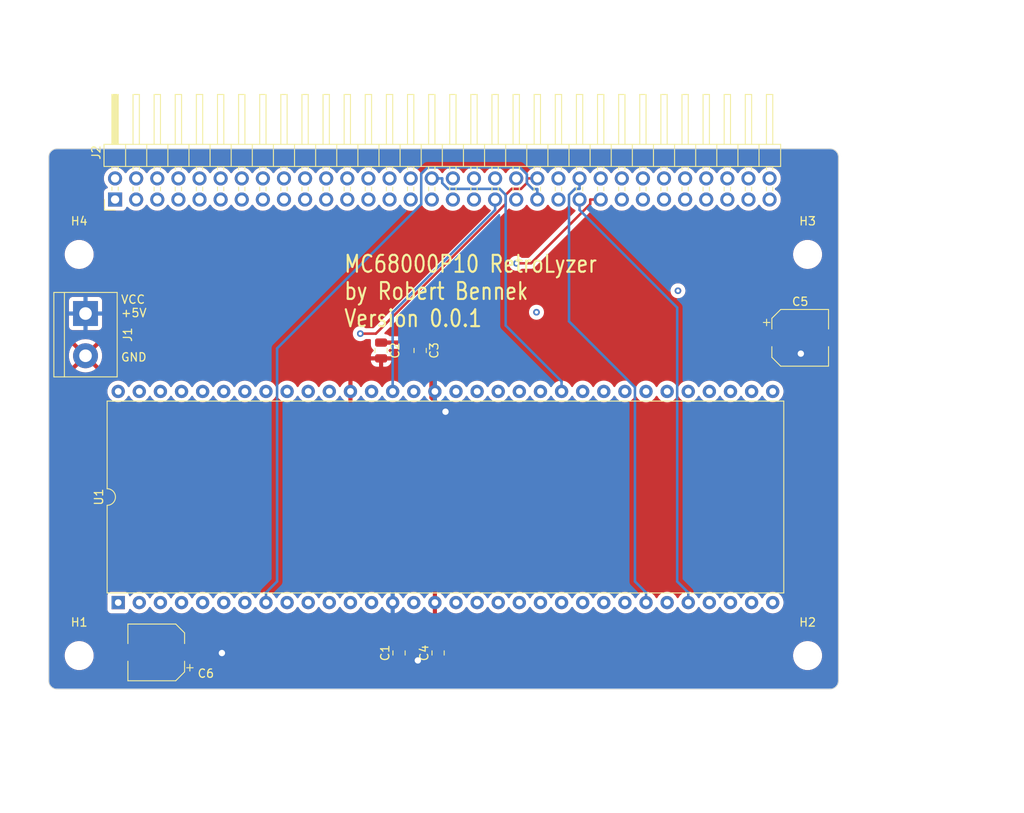
<source format=kicad_pcb>
(kicad_pcb (version 20221018) (generator pcbnew)
  (layers (0 "F.Cu" signal) (1 "In1.Cu" signal) (2 "In2.Cu" signal) (31 "B.Cu" signal) (34 "B.Paste" user) (35 "F.Paste" user) (36 "B.SilkS" user "B.Silkscreen") (37 "F.SilkS" user "F.Silkscreen") (38 "B.Mask" user) (39 "F.Mask" user) (44 "Edge.Cuts" user))
  (net 0 "")
  (net 1 "A1")
  (net 2 "A2")
  (net 3 "A3")
  (net 4 "A4")
  (net 5 "A5")
  (net 6 "A6")
  (net 7 "A7")
  (net 8 "A8")
  (net 9 "A9")
  (net 10 "A10")
  (net 11 "A11")
  (net 12 "A12")
  (net 13 "A13")
  (net 14 "A14")
  (net 15 "A15")
  (net 16 "A16")
  (net 17 "A17")
  (net 18 "A18")
  (net 19 "A19")
  (net 20 "A20")
  (net 21 "A21")
  (net 22 "A22")
  (net 23 "A23")
  (net 27 "VCC")
  (net 28 "GND")
  (net 32 "IO_4")
  (net 33 "IO_3")
  (net 34 "IO_2")
  (net 35 "IO_1")
  (net 36 "IO_0")
  (net 37 "nAS")
  (net 38 "nUDS")
  (net 39 "nLDS")
  (net 40 "R{slash}W")
  (net 41 "nDTACK")
  (net 42 "nBG")
  (net 43 "nBGACK")
  (net 44 "nBR")
  (net 45 "CLK")
  (net 46 "nHALT")
  (net 47 "nRESET")
  (net 48 "nVMA")
  (net 49 "E")
  (net 50 "nVPA")
  (net 51 "nBERR")
  (net 52 "nIPL2")
  (net 53 "nIPL1")
  (net 54 "nIPL0")
  (net 55 "FC2")
  (net 56 "FC1")
  (net 57 "FC0")
  (net 58 "IO_15")
  (net 59 "IO_14")
  (net 60 "IO_13")
  (net 61 "IO_12")
  (net 62 "IO_11")
  (net 63 "IO_10")
  (net 64 "IO_9")
  (net 65 "IO_8")
  (net 66 "IO_7")
  (net 67 "IO_6")
  (net 68 "IO_5")
  (footprint "Package_DIP:DIP-64_W25.4mm" (layer "F.Cu") (at 78.354 134.595 90)
    (fp_text reference "U1" (at 12.7 -2.33 90) (layer "F.SilkS"))
    (fp_text value "68000D")
    (pad "1" thru_hole rect (at 0 0 90) (size 1.6 1.6) (drill 0.8) (layers "*.Cu" "*.Mask") (net 32 "IO_4"))
    (pad "2" thru_hole oval (at 0 2.54 90) (size 1.6 1.6) (drill 0.8) (layers "*.Cu" "*.Mask") (net 33 "IO_3"))
    (pad "3" thru_hole oval (at 0 5.08 90) (size 1.6 1.6) (drill 0.8) (layers "*.Cu" "*.Mask") (net 34 "IO_2"))
    (pad "4" thru_hole oval (at 0 7.62 90) (size 1.6 1.6) (drill 0.8) (layers "*.Cu" "*.Mask") (net 35 "IO_1"))
    (pad "5" thru_hole oval (at 0 10.16 90) (size 1.6 1.6) (drill 0.8) (layers "*.Cu" "*.Mask") (net 36 "IO_0"))
    (pad "6" thru_hole oval (at 0 12.7 90) (size 1.6 1.6) (drill 0.8) (layers "*.Cu" "*.Mask") (net 37 "nAS"))
    (pad "7" thru_hole oval (at 0 15.24 90) (size 1.6 1.6) (drill 0.8) (layers "*.Cu" "*.Mask") (net 38 "nUDS"))
    (pad "8" thru_hole oval (at 0 17.78 90) (size 1.6 1.6) (drill 0.8) (layers "*.Cu" "*.Mask") (net 39 "nLDS"))
    (pad "9" thru_hole oval (at 0 20.32 90) (size 1.6 1.6) (drill 0.8) (layers "*.Cu" "*.Mask") (net 40 "R{slash}W"))
    (pad "10" thru_hole oval (at 0 22.86 90) (size 1.6 1.6) (drill 0.8) (layers "*.Cu" "*.Mask") (net 41 "nDTACK"))
    (pad "11" thru_hole oval (at 0 25.4 90) (size 1.6 1.6) (drill 0.8) (layers "*.Cu" "*.Mask") (net 42 "nBG"))
    (pad "12" thru_hole oval (at 0 27.94 90) (size 1.6 1.6) (drill 0.8) (layers "*.Cu" "*.Mask") (net 43 "nBGACK"))
    (pad "13" thru_hole oval (at 0 30.48 90) (size 1.6 1.6) (drill 0.8) (layers "*.Cu" "*.Mask") (net 44 "nBR"))
    (pad "14" thru_hole oval (at 0 33.02 90) (size 1.6 1.6) (drill 0.8) (layers "*.Cu" "*.Mask") (net 27 "VCC"))
    (pad "15" thru_hole oval (at 0 35.56 90) (size 1.6 1.6) (drill 0.8) (layers "*.Cu" "*.Mask") (net 45 "CLK"))
    (pad "16" thru_hole oval (at 0 38.1 90) (size 1.6 1.6) (drill 0.8) (layers "*.Cu" "*.Mask") (net 28 "GND"))
    (pad "17" thru_hole oval (at 0 40.64 90) (size 1.6 1.6) (drill 0.8) (layers "*.Cu" "*.Mask") (net 46 "nHALT"))
    (pad "18" thru_hole oval (at 0 43.18 90) (size 1.6 1.6) (drill 0.8) (layers "*.Cu" "*.Mask") (net 47 "nRESET"))
    (pad "19" thru_hole oval (at 0 45.72 90) (size 1.6 1.6) (drill 0.8) (layers "*.Cu" "*.Mask") (net 48 "nVMA"))
    (pad "20" thru_hole oval (at 0 48.26 90) (size 1.6 1.6) (drill 0.8) (layers "*.Cu" "*.Mask") (net 49 "E"))
    (pad "21" thru_hole oval (at 0 50.8 90) (size 1.6 1.6) (drill 0.8) (layers "*.Cu" "*.Mask") (net 50 "nVPA"))
    (pad "22" thru_hole oval (at 0 53.34 90) (size 1.6 1.6) (drill 0.8) (layers "*.Cu" "*.Mask") (net 51 "nBERR"))
    (pad "23" thru_hole oval (at 0 55.88 90) (size 1.6 1.6) (drill 0.8) (layers "*.Cu" "*.Mask") (net 52 "nIPL2"))
    (pad "24" thru_hole oval (at 0 58.42 90) (size 1.6 1.6) (drill 0.8) (layers "*.Cu" "*.Mask") (net 53 "nIPL1"))
    (pad "25" thru_hole oval (at 0 60.96 90) (size 1.6 1.6) (drill 0.8) (layers "*.Cu" "*.Mask") (net 54 "nIPL0"))
    (pad "26" thru_hole oval (at 0 63.5 90) (size 1.6 1.6) (drill 0.8) (layers "*.Cu" "*.Mask") (net 55 "FC2"))
    (pad "27" thru_hole oval (at 0 66.04 90) (size 1.6 1.6) (drill 0.8) (layers "*.Cu" "*.Mask") (net 56 "FC1"))
    (pad "28" thru_hole oval (at 0 68.58 90) (size 1.6 1.6) (drill 0.8) (layers "*.Cu" "*.Mask") (net 57 "FC0"))
    (pad "29" thru_hole oval (at 0 71.12 90) (size 1.6 1.6) (drill 0.8) (layers "*.Cu" "*.Mask") (net 1 "A1"))
    (pad "30" thru_hole oval (at 0 73.66 90) (size 1.6 1.6) (drill 0.8) (layers "*.Cu" "*.Mask") (net 2 "A2"))
    (pad "31" thru_hole oval (at 0 76.2 90) (size 1.6 1.6) (drill 0.8) (layers "*.Cu" "*.Mask") (net 3 "A3"))
    (pad "32" thru_hole oval (at 0 78.74 90) (size 1.6 1.6) (drill 0.8) (layers "*.Cu" "*.Mask") (net 4 "A4"))
    (pad "33" thru_hole oval (at 25.4 78.74 90) (size 1.6 1.6) (drill 0.8) (layers "*.Cu" "*.Mask") (net 5 "A5"))
    (pad "34" thru_hole oval (at 25.4 76.2 90) (size 1.6 1.6) (drill 0.8) (layers "*.Cu" "*.Mask") (net 6 "A6"))
    (pad "35" thru_hole oval (at 25.4 73.66 90) (size 1.6 1.6) (drill 0.8) (layers "*.Cu" "*.Mask") (net 7 "A7"))
    (pad "36" thru_hole oval (at 25.4 71.12 90) (size 1.6 1.6) (drill 0.8) (layers "*.Cu" "*.Mask") (net 8 "A8"))
    (pad "37" thru_hole oval (at 25.4 68.58 90) (size 1.6 1.6) (drill 0.8) (layers "*.Cu" "*.Mask") (net 9 "A9"))
    (pad "38" thru_hole oval (at 25.4 66.04 90) (size 1.6 1.6) (drill 0.8) (layers "*.Cu" "*.Mask") (net 10 "A10"))
    (pad "39" thru_hole oval (at 25.4 63.5 90) (size 1.6 1.6) (drill 0.8) (layers "*.Cu" "*.Mask") (net 11 "A11"))
    (pad "40" thru_hole oval (at 25.4 60.96 90) (size 1.6 1.6) (drill 0.8) (layers "*.Cu" "*.Mask") (net 12 "A12"))
    (pad "41" thru_hole oval (at 25.4 58.42 90) (size 1.6 1.6) (drill 0.8) (layers "*.Cu" "*.Mask") (net 13 "A13"))
    (pad "42" thru_hole oval (at 25.4 55.88 90) (size 1.6 1.6) (drill 0.8) (layers "*.Cu" "*.Mask") (net 14 "A14"))
    (pad "43" thru_hole oval (at 25.4 53.34 90) (size 1.6 1.6) (drill 0.8) (layers "*.Cu" "*.Mask") (net 15 "A15"))
    (pad "44" thru_hole oval (at 25.4 50.8 90) (size 1.6 1.6) (drill 0.8) (layers "*.Cu" "*.Mask") (net 16 "A16"))
    (pad "45" thru_hole oval (at 25.4 48.26 90) (size 1.6 1.6) (drill 0.8) (layers "*.Cu" "*.Mask") (net 17 "A17"))
    (pad "46" thru_hole oval (at 25.4 45.72 90) (size 1.6 1.6) (drill 0.8) (layers "*.Cu" "*.Mask") (net 18 "A18"))
    (pad "47" thru_hole oval (at 25.4 43.18 90) (size 1.6 1.6) (drill 0.8) (layers "*.Cu" "*.Mask") (net 19 "A19"))
    (pad "48" thru_hole oval (at 25.4 40.64 90) (size 1.6 1.6) (drill 0.8) (layers "*.Cu" "*.Mask") (net 20 "A20"))
    (pad "49" thru_hole oval (at 25.4 38.1 90) (size 1.6 1.6) (drill 0.8) (layers "*.Cu" "*.Mask") (net 27 "VCC"))
    (pad "50" thru_hole oval (at 25.4 35.56 90) (size 1.6 1.6) (drill 0.8) (layers "*.Cu" "*.Mask") (net 21 "A21"))
    (pad "51" thru_hole oval (at 25.4 33.02 90) (size 1.6 1.6) (drill 0.8) (layers "*.Cu" "*.Mask") (net 22 "A22"))
    (pad "52" thru_hole oval (at 25.4 30.48 90) (size 1.6 1.6) (drill 0.8) (layers "*.Cu" "*.Mask") (net 23 "A23"))
    (pad "53" thru_hole oval (at 25.4 27.94 90) (size 1.6 1.6) (drill 0.8) (layers "*.Cu" "*.Mask") (net 28 "GND"))
    (pad "54" thru_hole oval (at 25.4 25.4 90) (size 1.6 1.6) (drill 0.8) (layers "*.Cu" "*.Mask") (net 58 "IO_15"))
    (pad "55" thru_hole oval (at 25.4 22.86 90) (size 1.6 1.6) (drill 0.8) (layers "*.Cu" "*.Mask") (net 59 "IO_14"))
    (pad "56" thru_hole oval (at 25.4 20.32 90) (size 1.6 1.6) (drill 0.8) (layers "*.Cu" "*.Mask") (net 60 "IO_13"))
    (pad "57" thru_hole oval (at 25.4 17.78 90) (size 1.6 1.6) (drill 0.8) (layers "*.Cu" "*.Mask") (net 61 "IO_12"))
    (pad "58" thru_hole oval (at 25.4 15.24 90) (size 1.6 1.6) (drill 0.8) (layers "*.Cu" "*.Mask") (net 62 "IO_11"))
    (pad "59" thru_hole oval (at 25.4 12.7 90) (size 1.6 1.6) (drill 0.8) (layers "*.Cu" "*.Mask") (net 63 "IO_10"))
    (pad "60" thru_hole oval (at 25.4 10.16 90) (size 1.6 1.6) (drill 0.8) (layers "*.Cu" "*.Mask") (net 64 "IO_9"))
    (pad "61" thru_hole oval (at 25.4 7.62 90) (size 1.6 1.6) (drill 0.8) (layers "*.Cu" "*.Mask") (net 65 "IO_8"))
    (pad "62" thru_hole oval (at 25.4 5.08 90) (size 1.6 1.6) (drill 0.8) (layers "*.Cu" "*.Mask") (net 66 "IO_7"))
    (pad "63" thru_hole oval (at 25.4 2.54 90) (size 1.6 1.6) (drill 0.8) (layers "*.Cu" "*.Mask") (net 67 "IO_6"))
    (pad "64" thru_hole oval (at 25.4 0 90) (size 1.6 1.6) (drill 0.8) (layers "*.Cu" "*.Mask") (net 68 "IO_5"))
  )
  (footprint "MountingHole:MountingHole_3mm" (layer "F.Cu") (at 73.66 140.97)
    (fp_text reference "H1" (at 0 -4) (layer "F.SilkS"))
    (fp_text value "MountingHole")
    (pad "" np_thru_hole circle (at 0 0) (size 3 3) (drill 3) (layers "*.Cu" "*.Mask"))
  )
  (footprint "Capacitor_SMD:C_0805_2012Metric" (layer "F.Cu") (at 116.84 140.655 90)
    (fp_text reference "C4" (at 0 -1.68 90) (layer "F.SilkS"))
    (fp_text value "100nF")
    (pad "1" smd roundrect (at -0.95 0 90) (size 1 1.45) (layers "F.Cu" "F.Paste" "F.Mask") (net 27 "VCC"))
    (pad "2" smd roundrect (at 0.95 0 90) (size 1 1.45) (layers "F.Cu" "F.Paste" "F.Mask") (net 28 "GND"))
  )
  (footprint "MountingHole:MountingHole_3mm" (layer "F.Cu") (at 73.66 92.71)
    (fp_text reference "H4" (at 0 -4) (layer "F.SilkS"))
    (fp_text value "MountingHole")
    (pad "" np_thru_hole circle (at 0 0) (size 3 3) (drill 3) (layers "*.Cu" "*.Mask"))
  )
  (footprint "TerminalBlock:TerminalBlock_bornier-2_P5.08mm" (layer "F.Cu") (at 74.422 99.822 -90)
    (fp_text reference "J1" (at 2.54 -5.08 90) (layer "F.SilkS"))
    (fp_text value "Screw_Terminal_01x02")
    (pad "1" thru_hole rect (at 0 0 270) (size 3 3) (drill 1.52) (layers "*.Cu" "*.Mask") (net 27 "VCC"))
    (pad "2" thru_hole circle (at 5.08 0 270) (size 3 3) (drill 1.52) (layers "*.Cu" "*.Mask") (net 28 "GND"))
  )
  (footprint "MountingHole:MountingHole_3mm" (layer "F.Cu") (at 161.29 92.71)
    (fp_text reference "H3" (at 0 -4) (layer "F.SilkS"))
    (fp_text value "MountingHole")
    (pad "" np_thru_hole circle (at 0 0) (size 3 3) (drill 3) (layers "*.Cu" "*.Mask"))
  )
  (footprint "Connector_PinHeader_2.54mm:PinHeader_2x32_P2.54mm_Horizontal" (layer "F.Cu") (at 77.978 86.106 90)
    (fp_text reference "J2" (at 5.655 -2.27 90) (layer "F.SilkS"))
    (fp_text value "Conn_02x32_Odd_Even")
    (pad "1" thru_hole rect (at 0 0 90) (size 1.7 1.7) (drill 1) (layers "*.Cu" "*.Mask") (net 36 "IO_0"))
    (pad "2" thru_hole oval (at 2.54 0 90) (size 1.7 1.7) (drill 1) (layers "*.Cu" "*.Mask") (net 35 "IO_1"))
    (pad "3" thru_hole oval (at 0 2.54 90) (size 1.7 1.7) (drill 1) (layers "*.Cu" "*.Mask") (net 34 "IO_2"))
    (pad "4" thru_hole oval (at 2.54 2.54 90) (size 1.7 1.7) (drill 1) (layers "*.Cu" "*.Mask") (net 33 "IO_3"))
    (pad "5" thru_hole oval (at 0 5.08 90) (size 1.7 1.7) (drill 1) (layers "*.Cu" "*.Mask") (net 32 "IO_4"))
    (pad "6" thru_hole oval (at 2.54 5.08 90) (size 1.7 1.7) (drill 1) (layers "*.Cu" "*.Mask") (net 68 "IO_5"))
    (pad "7" thru_hole oval (at 0 7.62 90) (size 1.7 1.7) (drill 1) (layers "*.Cu" "*.Mask") (net 67 "IO_6"))
    (pad "8" thru_hole oval (at 2.54 7.62 90) (size 1.7 1.7) (drill 1) (layers "*.Cu" "*.Mask") (net 66 "IO_7"))
    (pad "9" thru_hole oval (at 0 10.16 90) (size 1.7 1.7) (drill 1) (layers "*.Cu" "*.Mask") (net 65 "IO_8"))
    (pad "10" thru_hole oval (at 2.54 10.16 90) (size 1.7 1.7) (drill 1) (layers "*.Cu" "*.Mask") (net 64 "IO_9"))
    (pad "11" thru_hole oval (at 0 12.7 90) (size 1.7 1.7) (drill 1) (layers "*.Cu" "*.Mask") (net 63 "IO_10"))
    (pad "12" thru_hole oval (at 2.54 12.7 90) (size 1.7 1.7) (drill 1) (layers "*.Cu" "*.Mask") (net 62 "IO_11"))
    (pad "13" thru_hole oval (at 0 15.24 90) (size 1.7 1.7) (drill 1) (layers "*.Cu" "*.Mask") (net 61 "IO_12"))
    (pad "14" thru_hole oval (at 2.54 15.24 90) (size 1.7 1.7) (drill 1) (layers "*.Cu" "*.Mask") (net 60 "IO_13"))
    (pad "15" thru_hole oval (at 0 17.78 90) (size 1.7 1.7) (drill 1) (layers "*.Cu" "*.Mask") (net 59 "IO_14"))
    (pad "16" thru_hole oval (at 2.54 17.78 90) (size 1.7 1.7) (drill 1) (layers "*.Cu" "*.Mask") (net 58 "IO_15"))
    (pad "17" thru_hole oval (at 0 20.32 90) (size 1.7 1.7) (drill 1) (layers "*.Cu" "*.Mask") (net 2 "A2"))
    (pad "18" thru_hole oval (at 2.54 20.32 90) (size 1.7 1.7) (drill 1) (layers "*.Cu" "*.Mask") (net 1 "A1"))
    (pad "19" thru_hole oval (at 0 22.86 90) (size 1.7 1.7) (drill 1) (layers "*.Cu" "*.Mask") (net 4 "A4"))
    (pad "20" thru_hole oval (at 2.54 22.86 90) (size 1.7 1.7) (drill 1) (layers "*.Cu" "*.Mask") (net 3 "A3"))
    (pad "21" thru_hole oval (at 0 25.4 90) (size 1.7 1.7) (drill 1) (layers "*.Cu" "*.Mask") (net 6 "A6"))
    (pad "22" thru_hole oval (at 2.54 25.4 90) (size 1.7 1.7) (drill 1) (layers "*.Cu" "*.Mask") (net 5 "A5"))
    (pad "23" thru_hole oval (at 0 27.94 90) (size 1.7 1.7) (drill 1) (layers "*.Cu" "*.Mask") (net 8 "A8"))
    (pad "24" thru_hole oval (at 2.54 27.94 90) (size 1.7 1.7) (drill 1) (layers "*.Cu" "*.Mask") (net 7 "A7"))
    (pad "25" thru_hole oval (at 0 30.48 90) (size 1.7 1.7) (drill 1) (layers "*.Cu" "*.Mask") (net 10 "A10"))
    (pad "26" thru_hole oval (at 2.54 30.48 90) (size 1.7 1.7) (drill 1) (layers "*.Cu" "*.Mask") (net 9 "A9"))
    (pad "27" thru_hole oval (at 0 33.02 90) (size 1.7 1.7) (drill 1) (layers "*.Cu" "*.Mask") (net 12 "A12"))
    (pad "28" thru_hole oval (at 2.54 33.02 90) (size 1.7 1.7) (drill 1) (layers "*.Cu" "*.Mask") (net 11 "A11"))
    (pad "29" thru_hole oval (at 0 35.56 90) (size 1.7 1.7) (drill 1) (layers "*.Cu" "*.Mask") (net 14 "A14"))
    (pad "30" thru_hole oval (at 2.54 35.56 90) (size 1.7 1.7) (drill 1) (layers "*.Cu" "*.Mask") (net 13 "A13"))
    (pad "31" thru_hole oval (at 0 38.1 90) (size 1.7 1.7) (drill 1) (layers "*.Cu" "*.Mask") (net 16 "A16"))
    (pad "32" thru_hole oval (at 2.54 38.1 90) (size 1.7 1.7) (drill 1) (layers "*.Cu" "*.Mask") (net 15 "A15"))
    (pad "33" thru_hole oval (at 0 40.64 90) (size 1.7 1.7) (drill 1) (layers "*.Cu" "*.Mask") (net 18 "A18"))
    (pad "34" thru_hole oval (at 2.54 40.64 90) (size 1.7 1.7) (drill 1) (layers "*.Cu" "*.Mask") (net 17 "A17"))
    (pad "35" thru_hole oval (at 0 43.18 90) (size 1.7 1.7) (drill 1) (layers "*.Cu" "*.Mask") (net 20 "A20"))
    (pad "36" thru_hole oval (at 2.54 43.18 90) (size 1.7 1.7) (drill 1) (layers "*.Cu" "*.Mask") (net 19 "A19"))
    (pad "37" thru_hole oval (at 0 45.72 90) (size 1.7 1.7) (drill 1) (layers "*.Cu" "*.Mask") (net 22 "A22"))
    (pad "38" thru_hole oval (at 2.54 45.72 90) (size 1.7 1.7) (drill 1) (layers "*.Cu" "*.Mask") (net 21 "A21"))
    (pad "39" thru_hole oval (at 0 48.26 90) (size 1.7 1.7) (drill 1) (layers "*.Cu" "*.Mask") (net 40 "R{slash}W"))
    (pad "40" thru_hole oval (at 2.54 48.26 90) (size 1.7 1.7) (drill 1) (layers "*.Cu" "*.Mask") (net 23 "A23"))
    (pad "41" thru_hole oval (at 0 50.8 90) (size 1.7 1.7) (drill 1) (layers "*.Cu" "*.Mask") (net 39 "nLDS"))
    (pad "42" thru_hole oval (at 2.54 50.8 90) (size 1.7 1.7) (drill 1) (layers "*.Cu" "*.Mask") (net 38 "nUDS"))
    (pad "43" thru_hole oval (at 0 53.34 90) (size 1.7 1.7) (drill 1) (layers "*.Cu" "*.Mask") (net 42 "nBG"))
    (pad "44" thru_hole oval (at 2.54 53.34 90) (size 1.7 1.7) (drill 1) (layers "*.Cu" "*.Mask") (net 56 "FC1"))
    (pad "45" thru_hole oval (at 0 55.88 90) (size 1.7 1.7) (drill 1) (layers "*.Cu" "*.Mask") (net 57 "FC0"))
    (pad "46" thru_hole oval (at 2.54 55.88 90) (size 1.7 1.7) (drill 1) (layers "*.Cu" "*.Mask") (net 55 "FC2"))
    (pad "47" thru_hole oval (at 0 58.42 90) (size 1.7 1.7) (drill 1) (layers "*.Cu" "*.Mask") (net 37 "nAS"))
    (pad "48" thru_hole oval (at 2.54 58.42 90) (size 1.7 1.7) (drill 1) (layers "*.Cu" "*.Mask") (net 48 "nVMA"))
    (pad "49" thru_hole oval (at 0 60.96 90) (size 1.7 1.7) (drill 1) (layers "*.Cu" "*.Mask") (net 46 "nHALT"))
    (pad "50" thru_hole oval (at 2.54 60.96 90) (size 1.7 1.7) (drill 1) (layers "*.Cu" "*.Mask") (net 47 "nRESET"))
    (pad "51" thru_hole oval (at 0 63.5 90) (size 1.7 1.7) (drill 1) (layers "*.Cu" "*.Mask"))
    (pad "52" thru_hole oval (at 2.54 63.5 90) (size 1.7 1.7) (drill 1) (layers "*.Cu" "*.Mask"))
    (pad "53" thru_hole oval (at 0 66.04 90) (size 1.7 1.7) (drill 1) (layers "*.Cu" "*.Mask"))
    (pad "54" thru_hole oval (at 2.54 66.04 90) (size 1.7 1.7) (drill 1) (layers "*.Cu" "*.Mask"))
    (pad "55" thru_hole oval (at 0 68.58 90) (size 1.7 1.7) (drill 1) (layers "*.Cu" "*.Mask"))
    (pad "56" thru_hole oval (at 2.54 68.58 90) (size 1.7 1.7) (drill 1) (layers "*.Cu" "*.Mask"))
    (pad "57" thru_hole oval (at 0 71.12 90) (size 1.7 1.7) (drill 1) (layers "*.Cu" "*.Mask") (net 54 "nIPL0"))
    (pad "58" thru_hole oval (at 2.54 71.12 90) (size 1.7 1.7) (drill 1) (layers "*.Cu" "*.Mask") (net 53 "nIPL1"))
    (pad "59" thru_hole oval (at 0 73.66 90) (size 1.7 1.7) (drill 1) (layers "*.Cu" "*.Mask") (net 52 "nIPL2"))
    (pad "60" thru_hole oval (at 2.54 73.66 90) (size 1.7 1.7) (drill 1) (layers "*.Cu" "*.Mask") (net 44 "nBR"))
    (pad "61" thru_hole oval (at 0 76.2 90) (size 1.7 1.7) (drill 1) (layers "*.Cu" "*.Mask") (net 41 "nDTACK"))
    (pad "62" thru_hole oval (at 2.54 76.2 90) (size 1.7 1.7) (drill 1) (layers "*.Cu" "*.Mask") (net 43 "nBGACK"))
    (pad "63" thru_hole oval (at 0 78.74 90) (size 1.7 1.7) (drill 1) (layers "*.Cu" "*.Mask") (net 51 "nBERR"))
    (pad "64" thru_hole oval (at 2.54 78.74 90) (size 1.7 1.7) (drill 1) (layers "*.Cu" "*.Mask") (net 45 "CLK"))
  )
  (footprint "Capacitor_SMD:CP_Elec_6.3x5.3" (layer "F.Cu") (at 160.401 102.743)
    (fp_text reference "C5" (at 0 -4.35) (layer "F.SilkS"))
    (fp_text value "10uF")
    (pad "1" smd roundrect (at -2.8 0) (size 3.5 1.6) (layers "F.Cu" "F.Paste" "F.Mask") (roundrect_rratio 0.15625) (net 27 "VCC"))
    (pad "2" smd roundrect (at 2.8 0) (size 3.5 1.6) (layers "F.Cu" "F.Paste" "F.Mask") (roundrect_rratio 0.15625) (net 28 "GND"))
  )
  (footprint "Capacitor_SMD:CP_Elec_6.3x5.3" (layer "F.Cu") (at 82.931 140.589 180)
    (fp_text reference "C6" (at -5.969 -2.54) (layer "F.SilkS"))
    (fp_text value "10uF")
    (pad "1" smd roundrect (at -2.8 0 180) (size 3.5 1.6) (layers "F.Cu" "F.Paste" "F.Mask") (roundrect_rratio 0.15625) (net 27 "VCC"))
    (pad "2" smd roundrect (at 2.8 0 180) (size 3.5 1.6) (layers "F.Cu" "F.Paste" "F.Mask") (roundrect_rratio 0.15625) (net 28 "GND"))
  )
  (footprint "Capacitor_SMD:C_0805_2012Metric" (layer "F.Cu") (at 114.681 104.267 -90)
    (fp_text reference "C3" (at 0 -1.68 90) (layer "F.SilkS"))
    (fp_text value "100nF")
    (pad "1" smd roundrect (at -0.95 0 270) (size 1 1.45) (layers "F.Cu" "F.Paste" "F.Mask") (net 27 "VCC"))
    (pad "2" smd roundrect (at 0.95 0 270) (size 1 1.45) (layers "F.Cu" "F.Paste" "F.Mask") (net 28 "GND"))
  )
  (footprint "Capacitor_SMD:C_0805_2012Metric" (layer "F.Cu") (at 112.141 140.655 90)
    (fp_text reference "C1" (at 0 -1.68 90) (layer "F.SilkS"))
    (fp_text value "100nF")
    (pad "1" smd roundrect (at -0.95 0 90) (size 1 1.45) (layers "F.Cu" "F.Paste" "F.Mask") (net 27 "VCC"))
    (pad "2" smd roundrect (at 0.95 0 90) (size 1 1.45) (layers "F.Cu" "F.Paste" "F.Mask") (net 28 "GND"))
  )
  (footprint "Capacitor_SMD:C_0805_2012Metric" (layer "F.Cu") (at 109.982 104.267 -90)
    (fp_text reference "C2" (at 0 -1.68 90) (layer "F.SilkS"))
    (fp_text value "100nF")
    (pad "1" smd roundrect (at -0.95 0 270) (size 1 1.45) (layers "F.Cu" "F.Paste" "F.Mask") (net 27 "VCC"))
    (pad "2" smd roundrect (at 0.95 0 270) (size 1 1.45) (layers "F.Cu" "F.Paste" "F.Mask") (net 28 "GND"))
  )
  (footprint "MountingHole:MountingHole_3mm" (layer "F.Cu") (at 161.29 140.97)
    (fp_text reference "H2" (at 0 -4) (layer "F.SilkS"))
    (fp_text value "MountingHole")
    (pad "" np_thru_hole circle (at 0 0) (size 3 3) (drill 3) (layers "*.Cu" "*.Mask"))
  )
  (gr_arc (start 165 144) (mid 164.707107 144.707107) (end 164 145) (stroke (width 0.1)) (layer "Edge.Cuts"))
  (gr_arc (start 71 145) (mid 70.292893 144.707107) (end 70 144) (stroke (width 0.1)) (layer "Edge.Cuts"))
  (gr_line (start 71 80) (end 164 80) (stroke (width 0.1)) (layer "Edge.Cuts"))
  (gr_line (start 164 145) (end 71 145) (stroke (width 0.1)) (layer "Edge.Cuts"))
  (gr_line (start 70 144) (end 70 81) (stroke (width 0.1)) (layer "Edge.Cuts"))
  (gr_arc (start 164 80) (mid 164.707107 80.292893) (end 165 81) (stroke (width 0.1)) (layer "Edge.Cuts"))
  (gr_arc (start 70 81) (mid 70.292893 80.292893) (end 71 80) (stroke (width 0.1)) (layer "Edge.Cuts"))
  (gr_line (start 165 81) (end 165 144) (stroke (width 0.1)) (layer "Edge.Cuts"))
  (gr_text "VCC \n+5V" (at 78.613 100.33) (layer "F.SilkS") (effects (font (size 1 1)) (justify left bottom)))
  (gr_text "MC68000P10 RetroLyzer \nby Robert Bennek\nVersion 0.0.1" (at 105.41 101.6) (layer "F.SilkS") (effects (font (size 2.032 1.651) (thickness 0.254)) (justify left bottom)))
  (gr_text "GND\n" (at 78.613 105.664) (layer "F.SilkS") (effects (font (size 1 1)) (justify left bottom)))
  (segment (start 124.2464 84.8225) (end 118.0412 84.8225) (width 0.3048) (layer "B.Cu") (net 15))
  (segment (start 131.694 107.9885) (end 124.9679 101.2624) (width 0.3048) (layer "B.Cu") (net 15))
  (segment (start 124.9679 85.544) (end 124.2464 84.8225) (width 0.3048) (layer "B.Cu") (net 15))
  (segment (start 116.078 83.566) (end 117.3345 83.566) (width 0.3048) (layer "B.Cu") (net 15))
  (segment (start 131.694 109.195) (end 131.694 107.9885) (width 0.3048) (layer "B.Cu") (net 15))
  (segment (start 117.3345 84.1158) (end 117.3345 83.566) (width 0.3048) (layer "B.Cu") (net 15))
  (segment (start 124.9679 101.2624) (end 124.9679 85.544) (width 0.3048) (layer "B.Cu") (net 15))
  (segment (start 118.0412 84.8225) (end 117.3345 84.1158) (width 0.3048) (layer "B.Cu") (net 15))
  (via (at 128.6767 99.6656) (size 0.8) (drill 0.4) (layers "F.Cu" "B.Cu") (net 16))
  (segment (start 111.374 99.6865) (end 111.374 109.195) (width 0.3048) (layer "B.Cu") (net 22))
  (segment (start 123.698 87.3625) (end 111.374 99.6865) (width 0.3048) (layer "B.Cu") (net 22))
  (segment (start 123.698 86.106) (end 123.698 87.3625) (width 0.3048) (layer "B.Cu") (net 22))
  (segment (start 85.731 140.589) (end 90.7542 140.589) (width 0.508) (layer "F.Cu") (net 27))
  (segment (start 157.601 102.743) (end 158.5722 102.743) (width 0.508) (layer "F.Cu") (net 27))
  (segment (start 158.5722 102.743) (end 160.4772 104.648) (width 0.508) (layer "F.Cu") (net 27))
  (segment (start 114.4524 141.605) (end 114.4016 141.5542) (width 0.508) (layer "F.Cu") (net 27))
  (segment (start 116.454 109.195) (end 116.454 110.358) (width 0.508) (layer "F.Cu") (net 27))
  (segment (start 116.041 104.103) (end 115.255 103.317) (width 0.508) (layer "F.Cu") (net 27))
  (segment (start 116.041 109.945) (end 116.041 104.103) (width 0.508) (layer "F.Cu") (net 27))
  (segment (start 90.7542 140.589) (end 90.8304 140.6652) (width 0.508) (layer "F.Cu") (net 27))
  (segment (start 115.255 103.317) (end 114.681 103.317) (width 0.508) (layer "F.Cu") (net 27))
  (segment (start 116.84 141.605) (end 114.4524 141.605) (width 0.508) (layer "F.Cu") (net 27))
  (segment (start 117.729 111.633) (end 116.041 109.945) (width 0.508) (layer "F.Cu") (net 27))
  (segment (start 116.454 110.358) (end 117.729 111.633) (width 0.508) (layer "F.Cu") (net 27))
  (segment (start 114.681 103.317) (end 109.982 103.317) (width 0.508) (layer "F.Cu") (net 27))
  (segment (start 112.141 141.605) (end 114.3508 141.605) (width 0.508) (layer "F.Cu") (net 27))
  (segment (start 114.3508 141.605) (end 114.4016 141.5542) (width 0.508) (layer "F.Cu") (net 27))
  (via (at 160.4772 104.648) (size 1.524) (drill 0.762) (layers "F.Cu" "B.Cu") (net 27))
  (via (at 117.729 111.633) (size 1.524) (drill 0.762) (layers "F.Cu" "B.Cu") (net 27))
  (via (at 114.4016 141.5542) (size 1.524) (drill 0.762) (layers "F.Cu" "B.Cu") (net 27))
  (via (at 90.8304 140.6652) (size 1.524) (drill 0.762) (layers "F.Cu" "B.Cu") (net 27))
  (segment (start 135.1415 86.106) (end 135.1415 86.6557) (width 0.3048) (layer "F.Cu") (net 37))
  (segment (start 135.1415 86.6557) (end 128.0154 93.7818) (width 0.3048) (layer "F.Cu") (net 37))
  (segment (start 128.0154 93.7818) (end 126.2652 93.7818) (width 0.3048) (layer "F.Cu") (net 37))
  (segment (start 136.398 86.106) (end 135.1415 86.106) (width 0.3048) (layer "F.Cu") (net 37))
  (via (at 126.2652 93.7818) (size 0.8) (drill 0.4) (layers "F.Cu" "B.Cu") (net 37))
  (segment (start 127.5215 83.566) (end 127.5215 84.1158) (width 0.3048) (layer "F.Cu") (net 38))
  (segment (start 126.8148 84.8225) (end 125.6944 84.8225) (width 0.3048) (layer "F.Cu") (net 38))
  (segment (start 109.3512 102.2404) (end 107.4819 102.2404) (width 0.3048) (layer "F.Cu") (net 38))
  (segment (start 124.968 86.6236) (end 109.3512 102.2404) (width 0.3048) (layer "F.Cu") (net 38))
  (segment (start 127.5215 84.1158) (end 126.8148 84.8225) (width 0.3048) (layer "F.Cu") (net 38))
  (segment (start 125.6944 84.8225) (end 124.968 85.5489) (width 0.3048) (layer "F.Cu") (net 38))
  (segment (start 128.778 83.566) (end 127.5215 83.566) (width 0.3048) (layer "F.Cu") (net 38))
  (segment (start 124.968 85.5489) (end 124.968 86.6236) (width 0.3048) (layer "F.Cu") (net 38))
  (via (at 107.4819 102.2404) (size 0.8) (drill 0.4) (layers "F.Cu" "B.Cu") (net 38))
  (segment (start 127.5215 84.1428) (end 127.5215 83.0702) (width 0.3048) (layer "B.Cu") (net 39))
  (segment (start 97.4674 104.0156) (end 97.4674 132.0551) (width 0.3048) (layer "B.Cu") (net 39))
  (segment (start 114.808 86.675) (end 97.4674 104.0156) (width 0.3048) (layer "B.Cu") (net 39))
  (segment (start 97.4674 132.0551) (end 96.134 133.3885) (width 0.3048) (layer "B.Cu") (net 39))
  (segment (start 96.134 134.595) (end 96.134 133.3885) (width 0.3048) (layer "B.Cu") (net 39))
  (segment (start 126.6925 82.2412) (end 115.5722 82.2412) (width 0.3048) (layer "B.Cu") (net 39))
  (segment (start 128.778 86.106) (end 128.778 84.8495) (width 0.3048) (layer "B.Cu") (net 39))
  (segment (start 128.778 84.8495) (end 128.2282 84.8495) (width 0.3048) (layer "B.Cu") (net 39))
  (segment (start 115.5722 82.2412) (end 114.808 83.0054) (width 0.3048) (layer "B.Cu") (net 39))
  (segment (start 128.2282 84.8495) (end 127.5215 84.1428) (width 0.3048) (layer "B.Cu") (net 39))
  (segment (start 114.808 83.0054) (end 114.808 86.675) (width 0.3048) (layer "B.Cu") (net 39))
  (segment (start 127.5215 83.0702) (end 126.6925 82.2412) (width 0.3048) (layer "B.Cu") (net 39))
  (via (at 145.6965 97.0808) (size 0.8) (drill 0.4) (layers "F.Cu" "B.Cu") (net 45))
  (segment (start 140.5206 108.6927) (end 140.5206 132.0551) (width 0.3048) (layer "B.Cu") (net 55))
  (segment (start 133.858 84.8225) (end 133.3083 84.8225) (width 0.3048) (layer "B.Cu") (net 55))
  (segment (start 133.858 83.566) (end 133.858 84.8225) (width 0.3048) (layer "B.Cu") (net 55))
  (segment (start 133.3083 84.8225) (end 132.588 85.5428) (width 0.3048) (layer "B.Cu") (net 55))
  (segment (start 140.5206 132.0551) (end 141.854 133.3885) (width 0.3048) (layer "B.Cu") (net 55))
  (segment (start 132.588 100.7601) (end 140.5206 108.6927) (width 0.3048) (layer "B.Cu") (net 55))
  (segment (start 132.588 85.5428) (end 132.588 100.7601) (width 0.3048) (layer "B.Cu") (net 55))
  (segment (start 141.854 134.595) (end 141.854 133.3885) (width 0.3048) (layer "B.Cu") (net 55))
  (segment (start 145.6006 132.0551) (end 146.934 133.3885) (width 0.3048) (layer "B.Cu") (net 57))
  (segment (start 133.858 86.106) (end 133.858 87.3625) (width 0.3048) (layer "B.Cu") (net 57))
  (segment (start 145.6006 99.1051) (end 145.6006 132.0551) (width 0.3048) (layer "B.Cu") (net 57))
  (segment (start 146.934 134.595) (end 146.934 133.3885) (width 0.3048) (layer "B.Cu") (net 57))
  (segment (start 133.858 87.3625) (end 145.6006 99.1051) (width 0.3048) (layer "B.Cu") (net 57))
  (zone (net 28) (net_name "GND") (layers "F.Cu" "In1.Cu") (connect_pads (clearance 0.5)) (min_thickness 0.25) (fill yes (thermal_gap 0.5) (thermal_bridge_width 0.5))
    (polygon (pts (xy 66.675 147.066) (xy 66.675 65.405) (xy 171.704 65.405) (xy 175.514 69.215) (xy 175.514 140.589) (xy 165.227 150.876) (xy 70.485 150.876)))
  )
  (zone (net 27) (net_name "VCC") (layers "In2.Cu" "B.Cu") (priority 1) (connect_pads (clearance 0.5)) (min_thickness 0.25) (fill yes (thermal_gap 0.5) (thermal_bridge_width 0.5))
    (polygon (pts (xy 64.135 148.717) (xy 64.135 62.103) (xy 156.591 62.103) (xy 187.325 92.837) (xy 187.325 148.844) (xy 176.276 159.893) (xy 75.311 159.893)))
  )
)
</source>
